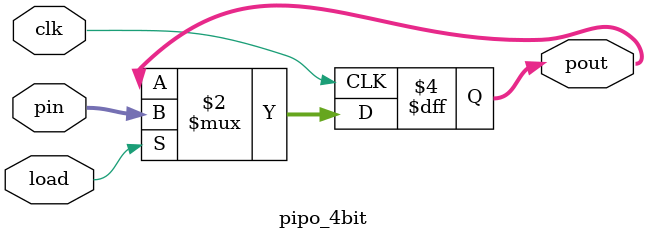
<source format=v>
`timescale 1ns / 1ps
module pipo_4bit(input [3:0] pin, input clk, load, output reg [3:0] pout);
  always @(posedge clk) begin
    if (load)
      pout <= pin;
  end
endmodule

</source>
